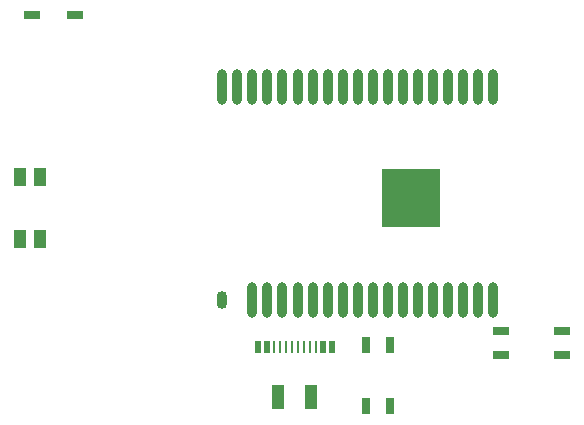
<source format=gbp>
%TF.GenerationSoftware,KiCad,Pcbnew,5.1.10*%
%TF.CreationDate,2021-05-20T00:00:09+01:00*%
%TF.ProjectId,watch2-without-led-tab,77617463-6832-42d7-9769-74686f75742d,rev?*%
%TF.SameCoordinates,Original*%
%TF.FileFunction,Paste,Bot*%
%TF.FilePolarity,Positive*%
%FSLAX46Y46*%
G04 Gerber Fmt 4.6, Leading zero omitted, Abs format (unit mm)*
G04 Created by KiCad (PCBNEW 5.1.10) date 2021-05-20 00:00:09*
%MOMM*%
%LPD*%
G01*
G04 APERTURE LIST*
%ADD10R,1.450000X0.700000*%
%ADD11R,0.700000X1.450000*%
%ADD12R,1.000000X2.000000*%
%ADD13R,0.270000X1.000000*%
%ADD14R,0.520000X1.000000*%
%ADD15O,0.900000X3.000000*%
%ADD16O,0.900000X1.500000*%
%ADD17R,5.000000X5.000000*%
%ADD18R,1.000000X1.550000*%
%ADD19R,1.400000X0.800000*%
G04 APERTURE END LIST*
D10*
%TO.C,SW3*%
X169695500Y-115236500D03*
X174855500Y-115236500D03*
X174855500Y-113236500D03*
X169695500Y-113236500D03*
%TD*%
D11*
%TO.C,SW2*%
X158321500Y-114450500D03*
X158321500Y-119610500D03*
X160321500Y-119610500D03*
X160321500Y-114450500D03*
%TD*%
D12*
%TO.C,J1*%
X150873000Y-118797000D03*
X153673000Y-118797000D03*
D13*
X151023000Y-114597000D03*
X151523000Y-114597000D03*
X152023000Y-114597000D03*
X152523000Y-114597000D03*
X153023000Y-114597000D03*
X153523000Y-114597000D03*
X150523000Y-114597000D03*
X154023000Y-114597000D03*
D14*
X149923000Y-114597000D03*
X154623000Y-114597000D03*
X149173000Y-114597000D03*
X155373000Y-114597000D03*
%TD*%
D15*
%TO.C,U7*%
X169016000Y-92570000D03*
X167746000Y-92570000D03*
X166476000Y-92570000D03*
X165206000Y-92570000D03*
X163936000Y-92570000D03*
X162666000Y-92570000D03*
X161396000Y-92570000D03*
X160126000Y-92570000D03*
X158856000Y-92570000D03*
X157586000Y-92570000D03*
X156316000Y-92570000D03*
X155046000Y-92570000D03*
X153776000Y-92570000D03*
X152506000Y-92570000D03*
X151206000Y-92600000D03*
X149936000Y-92600000D03*
X148666000Y-92600000D03*
X147396000Y-92600000D03*
X146126000Y-92600000D03*
D16*
X146126000Y-110600000D03*
D15*
X148666000Y-110600000D03*
X149936000Y-110600000D03*
X151206000Y-110600000D03*
X152506000Y-110600000D03*
X153776000Y-110600000D03*
X155046000Y-110600000D03*
X156316000Y-110600000D03*
X157586000Y-110600000D03*
X158856000Y-110600000D03*
X160126000Y-110600000D03*
X161396000Y-110600000D03*
X162666000Y-110600000D03*
X163936000Y-110600000D03*
X165206000Y-110600000D03*
X166476000Y-110600000D03*
X167746000Y-110600000D03*
X169016000Y-110600000D03*
D17*
X162096000Y-102000000D03*
%TD*%
D18*
%TO.C,IO0*%
X130683000Y-100160000D03*
X130683000Y-105410000D03*
X128983000Y-105410000D03*
X128983000Y-100160000D03*
%TD*%
D19*
%TO.C,D5*%
X130048000Y-86487000D03*
X133648000Y-86487000D03*
%TD*%
M02*

</source>
